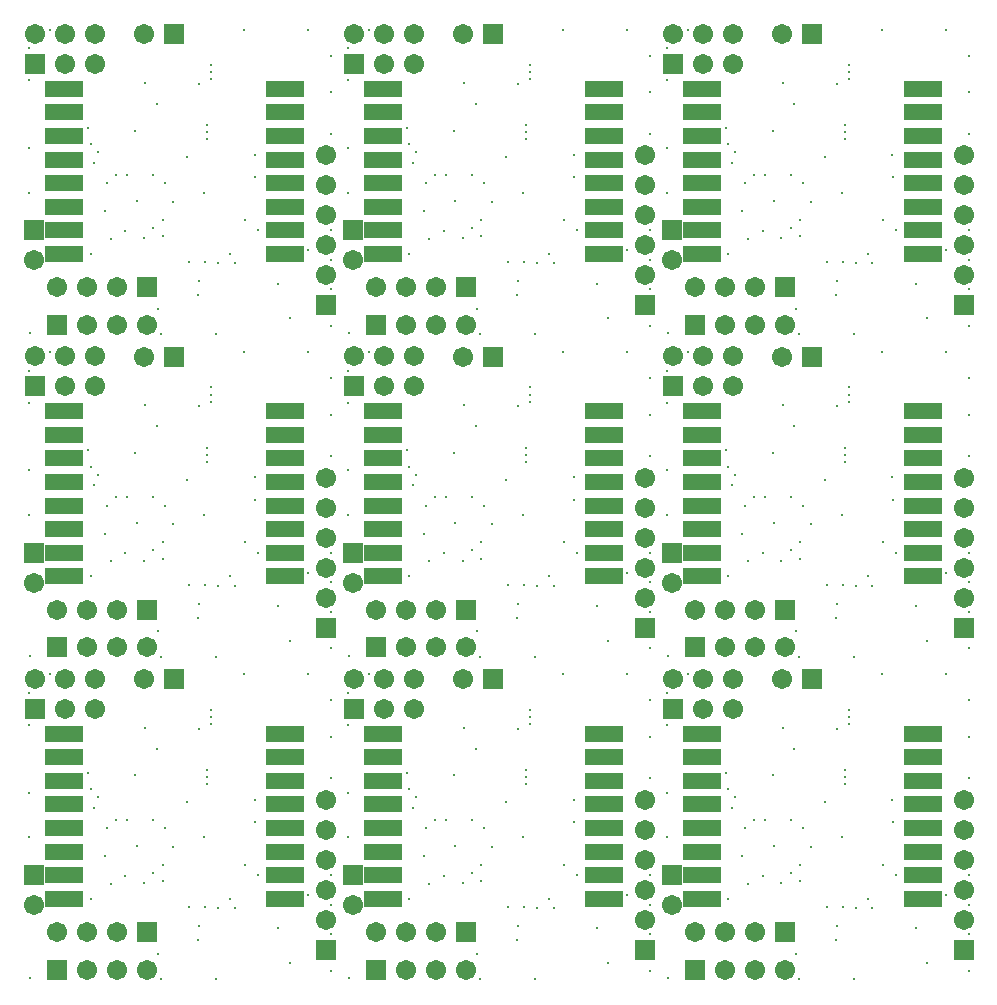
<source format=gbs>
G04 Layer_Color=16711935*
%FSLAX24Y24*%
%MOIN*%
G70*
G01*
G75*
%ADD55C,0.0671*%
%ADD56R,0.0671X0.0671*%
%ADD57R,0.0671X0.0671*%
%ADD58C,0.0126*%
%ADD59R,0.1261X0.0552*%
D55*
X4220Y591D02*
D03*
X3220D02*
D03*
X2220D02*
D03*
X1213Y1850D02*
D03*
X2213D02*
D03*
X3213D02*
D03*
X4118Y10276D02*
D03*
X433Y2740D02*
D03*
X2472Y10291D02*
D03*
Y9291D02*
D03*
X1472Y10291D02*
D03*
Y9291D02*
D03*
X472Y10291D02*
D03*
X10164Y6244D02*
D03*
Y2244D02*
D03*
Y3244D02*
D03*
Y4244D02*
D03*
Y5244D02*
D03*
X14850Y591D02*
D03*
X13850D02*
D03*
X12850D02*
D03*
X11842Y1850D02*
D03*
X12842D02*
D03*
X13842D02*
D03*
X14748Y10276D02*
D03*
X11063Y2740D02*
D03*
X13102Y10291D02*
D03*
Y9291D02*
D03*
X12102Y10291D02*
D03*
Y9291D02*
D03*
X11102Y10291D02*
D03*
X20794Y6244D02*
D03*
Y2244D02*
D03*
Y3244D02*
D03*
Y4244D02*
D03*
Y5244D02*
D03*
X25480Y591D02*
D03*
X24480D02*
D03*
X23480D02*
D03*
X22472Y1850D02*
D03*
X23472D02*
D03*
X24472D02*
D03*
X25378Y10276D02*
D03*
X21693Y2740D02*
D03*
X23732Y10291D02*
D03*
Y9291D02*
D03*
X22732Y10291D02*
D03*
Y9291D02*
D03*
X21732Y10291D02*
D03*
X31424Y6244D02*
D03*
Y2244D02*
D03*
Y3244D02*
D03*
Y4244D02*
D03*
Y5244D02*
D03*
X4220Y11339D02*
D03*
X3220D02*
D03*
X2220D02*
D03*
X1213Y12598D02*
D03*
X2213D02*
D03*
X3213D02*
D03*
X4118Y21024D02*
D03*
X433Y13488D02*
D03*
X2472Y21039D02*
D03*
Y20039D02*
D03*
X1472Y21039D02*
D03*
Y20039D02*
D03*
X472Y21039D02*
D03*
X10164Y16992D02*
D03*
Y12992D02*
D03*
Y13992D02*
D03*
Y14992D02*
D03*
Y15992D02*
D03*
X14850Y11339D02*
D03*
X13850D02*
D03*
X12850D02*
D03*
X11842Y12598D02*
D03*
X12842D02*
D03*
X13842D02*
D03*
X14748Y21024D02*
D03*
X11063Y13488D02*
D03*
X13102Y21039D02*
D03*
Y20039D02*
D03*
X12102Y21039D02*
D03*
Y20039D02*
D03*
X11102Y21039D02*
D03*
X20794Y16992D02*
D03*
Y12992D02*
D03*
Y13992D02*
D03*
Y14992D02*
D03*
Y15992D02*
D03*
X25480Y11339D02*
D03*
X24480D02*
D03*
X23480D02*
D03*
X22472Y12598D02*
D03*
X23472D02*
D03*
X24472D02*
D03*
X25378Y21024D02*
D03*
X21693Y13488D02*
D03*
X23732Y21039D02*
D03*
Y20039D02*
D03*
X22732Y21039D02*
D03*
Y20039D02*
D03*
X21732Y21039D02*
D03*
X31424Y16992D02*
D03*
Y12992D02*
D03*
Y13992D02*
D03*
Y14992D02*
D03*
Y15992D02*
D03*
X4220Y22087D02*
D03*
X3220D02*
D03*
X2220D02*
D03*
X1213Y23346D02*
D03*
X2213D02*
D03*
X3213D02*
D03*
X4118Y31772D02*
D03*
X433Y24236D02*
D03*
X2472Y31787D02*
D03*
Y30787D02*
D03*
X1472Y31787D02*
D03*
Y30787D02*
D03*
X472Y31787D02*
D03*
X10164Y27740D02*
D03*
Y23740D02*
D03*
Y24740D02*
D03*
Y25740D02*
D03*
Y26740D02*
D03*
X14850Y22087D02*
D03*
X13850D02*
D03*
X12850D02*
D03*
X11842Y23346D02*
D03*
X12842D02*
D03*
X13842D02*
D03*
X14748Y31772D02*
D03*
X11063Y24236D02*
D03*
X13102Y31787D02*
D03*
Y30787D02*
D03*
X12102Y31787D02*
D03*
Y30787D02*
D03*
X11102Y31787D02*
D03*
X20794Y27740D02*
D03*
Y23740D02*
D03*
Y24740D02*
D03*
Y25740D02*
D03*
Y26740D02*
D03*
X25480Y22087D02*
D03*
X24480D02*
D03*
X23480D02*
D03*
X22472Y23346D02*
D03*
X23472D02*
D03*
X24472D02*
D03*
X25378Y31772D02*
D03*
X21693Y24236D02*
D03*
X23732Y31787D02*
D03*
Y30787D02*
D03*
X22732Y31787D02*
D03*
Y30787D02*
D03*
X21732Y31787D02*
D03*
X31424Y27740D02*
D03*
Y23740D02*
D03*
Y24740D02*
D03*
Y25740D02*
D03*
Y26740D02*
D03*
D56*
X1220Y591D02*
D03*
X4213Y1850D02*
D03*
X5118Y10276D02*
D03*
X472Y9291D02*
D03*
X11850Y591D02*
D03*
X14842Y1850D02*
D03*
X15748Y10276D02*
D03*
X11102Y9291D02*
D03*
X22480Y591D02*
D03*
X25472Y1850D02*
D03*
X26378Y10276D02*
D03*
X21732Y9291D02*
D03*
X1220Y11339D02*
D03*
X4213Y12598D02*
D03*
X5118Y21024D02*
D03*
X472Y20039D02*
D03*
X11850Y11339D02*
D03*
X14842Y12598D02*
D03*
X15748Y21024D02*
D03*
X11102Y20039D02*
D03*
X22480Y11339D02*
D03*
X25472Y12598D02*
D03*
X26378Y21024D02*
D03*
X21732Y20039D02*
D03*
X1220Y22087D02*
D03*
X4213Y23346D02*
D03*
X5118Y31772D02*
D03*
X472Y30787D02*
D03*
X11850Y22087D02*
D03*
X14842Y23346D02*
D03*
X15748Y31772D02*
D03*
X11102Y30787D02*
D03*
X22480Y22087D02*
D03*
X25472Y23346D02*
D03*
X26378Y31772D02*
D03*
X21732Y30787D02*
D03*
D57*
X433Y3740D02*
D03*
X10164Y1244D02*
D03*
X11063Y3740D02*
D03*
X20794Y1244D02*
D03*
X21693Y3740D02*
D03*
X31424Y1244D02*
D03*
X433Y14488D02*
D03*
X10164Y11992D02*
D03*
X11063Y14488D02*
D03*
X20794Y11992D02*
D03*
X21693Y14488D02*
D03*
X31424Y11992D02*
D03*
X433Y25236D02*
D03*
X10164Y22740D02*
D03*
X11063Y25236D02*
D03*
X20794Y22740D02*
D03*
X21693Y25236D02*
D03*
X31424Y22740D02*
D03*
D58*
X10354Y1772D02*
D03*
Y2756D02*
D03*
X7480Y4094D02*
D03*
X8583Y1969D02*
D03*
X3858Y4724D02*
D03*
X7803Y5512D02*
D03*
X4134Y8661D02*
D03*
X4528Y7953D02*
D03*
X2244Y7165D02*
D03*
X10354Y6969D02*
D03*
Y8346D02*
D03*
X3483Y3721D02*
D03*
X6220Y6772D02*
D03*
Y7008D02*
D03*
Y7244D02*
D03*
X5945Y8622D02*
D03*
X3189Y5591D02*
D03*
X3543D02*
D03*
X4409D02*
D03*
X4724Y4094D02*
D03*
X3819Y7067D02*
D03*
X4409Y3819D02*
D03*
X4724Y3543D02*
D03*
X4094Y3474D02*
D03*
X6969Y2953D02*
D03*
X7126Y2638D02*
D03*
X5610Y2677D02*
D03*
X6142D02*
D03*
X7795Y6260D02*
D03*
X6102Y5000D02*
D03*
X2559Y6339D02*
D03*
X2441Y5984D02*
D03*
X2323Y6614D02*
D03*
X2874Y5315D02*
D03*
X9567Y3071D02*
D03*
X8957Y807D02*
D03*
X4588Y1121D02*
D03*
X5906Y1575D02*
D03*
X6339Y8780D02*
D03*
Y9016D02*
D03*
Y9252D02*
D03*
X9567Y10433D02*
D03*
X7441D02*
D03*
X10354Y9567D02*
D03*
Y3740D02*
D03*
Y551D02*
D03*
X6496Y276D02*
D03*
X4685D02*
D03*
X315Y315D02*
D03*
X276Y5000D02*
D03*
Y6496D02*
D03*
Y8740D02*
D03*
Y9803D02*
D03*
X984Y10433D02*
D03*
X5551Y6181D02*
D03*
X5079Y4685D02*
D03*
X2795Y4370D02*
D03*
X2992Y3465D02*
D03*
X2323Y2953D02*
D03*
X5945Y2047D02*
D03*
X6575Y2638D02*
D03*
X7913Y3740D02*
D03*
X4803Y5315D02*
D03*
X20984Y1772D02*
D03*
Y2756D02*
D03*
X18110Y4094D02*
D03*
X19213Y1969D02*
D03*
X14488Y4724D02*
D03*
X18433Y5512D02*
D03*
X14764Y8661D02*
D03*
X15157Y7953D02*
D03*
X12874Y7165D02*
D03*
X20984Y6969D02*
D03*
Y8346D02*
D03*
X14113Y3721D02*
D03*
X16850Y6772D02*
D03*
Y7008D02*
D03*
Y7244D02*
D03*
X16575Y8622D02*
D03*
X13819Y5591D02*
D03*
X14173D02*
D03*
X15039D02*
D03*
X15354Y4094D02*
D03*
X14449Y7067D02*
D03*
X15039Y3819D02*
D03*
X15354Y3543D02*
D03*
X14724Y3474D02*
D03*
X17598Y2953D02*
D03*
X17756Y2638D02*
D03*
X16240Y2677D02*
D03*
X16772D02*
D03*
X18425Y6260D02*
D03*
X16732Y5000D02*
D03*
X13189Y6339D02*
D03*
X13071Y5984D02*
D03*
X12953Y6614D02*
D03*
X13504Y5315D02*
D03*
X20197Y3071D02*
D03*
X19587Y807D02*
D03*
X15217Y1121D02*
D03*
X16535Y1575D02*
D03*
X16968Y8780D02*
D03*
Y9016D02*
D03*
Y9252D02*
D03*
X20197Y10433D02*
D03*
X18071D02*
D03*
X20984Y9567D02*
D03*
Y3740D02*
D03*
Y551D02*
D03*
X17126Y276D02*
D03*
X15315D02*
D03*
X10945Y315D02*
D03*
X10906Y5000D02*
D03*
Y6496D02*
D03*
Y8740D02*
D03*
Y9803D02*
D03*
X11614Y10433D02*
D03*
X16181Y6181D02*
D03*
X15709Y4685D02*
D03*
X13425Y4370D02*
D03*
X13622Y3465D02*
D03*
X12953Y2953D02*
D03*
X16575Y2047D02*
D03*
X17205Y2638D02*
D03*
X18543Y3740D02*
D03*
X15433Y5315D02*
D03*
X31614Y1772D02*
D03*
Y2756D02*
D03*
X28740Y4094D02*
D03*
X29843Y1969D02*
D03*
X25118Y4724D02*
D03*
X29063Y5512D02*
D03*
X25394Y8661D02*
D03*
X25787Y7953D02*
D03*
X23504Y7165D02*
D03*
X31614Y6969D02*
D03*
Y8346D02*
D03*
X24743Y3721D02*
D03*
X27480Y6772D02*
D03*
Y7008D02*
D03*
Y7244D02*
D03*
X27205Y8622D02*
D03*
X24449Y5591D02*
D03*
X24803D02*
D03*
X25669D02*
D03*
X25984Y4094D02*
D03*
X25079Y7067D02*
D03*
X25669Y3819D02*
D03*
X25984Y3543D02*
D03*
X25354Y3474D02*
D03*
X28228Y2953D02*
D03*
X28386Y2638D02*
D03*
X26870Y2677D02*
D03*
X27402D02*
D03*
X29055Y6260D02*
D03*
X27362Y5000D02*
D03*
X23819Y6339D02*
D03*
X23701Y5984D02*
D03*
X23583Y6614D02*
D03*
X24134Y5315D02*
D03*
X30827Y3071D02*
D03*
X30217Y807D02*
D03*
X25847Y1121D02*
D03*
X27165Y1575D02*
D03*
X27598Y8780D02*
D03*
Y9016D02*
D03*
Y9252D02*
D03*
X30827Y10433D02*
D03*
X28701D02*
D03*
X31614Y9567D02*
D03*
Y3740D02*
D03*
Y551D02*
D03*
X27756Y276D02*
D03*
X25945D02*
D03*
X21575Y315D02*
D03*
X21535Y5000D02*
D03*
Y6496D02*
D03*
Y8740D02*
D03*
Y9803D02*
D03*
X22244Y10433D02*
D03*
X26811Y6181D02*
D03*
X26339Y4685D02*
D03*
X24055Y4370D02*
D03*
X24252Y3465D02*
D03*
X23583Y2953D02*
D03*
X27205Y2047D02*
D03*
X27835Y2638D02*
D03*
X29173Y3740D02*
D03*
X26063Y5315D02*
D03*
X10354Y12520D02*
D03*
Y13504D02*
D03*
X7480Y14843D02*
D03*
X8583Y12717D02*
D03*
X3858Y15472D02*
D03*
X7803Y16260D02*
D03*
X4134Y19409D02*
D03*
X4528Y18701D02*
D03*
X2244Y17913D02*
D03*
X10354Y17717D02*
D03*
Y19094D02*
D03*
X3483Y14469D02*
D03*
X6220Y17520D02*
D03*
Y17756D02*
D03*
Y17992D02*
D03*
X5945Y19370D02*
D03*
X3189Y16339D02*
D03*
X3543D02*
D03*
X4409D02*
D03*
X4724Y14843D02*
D03*
X3819Y17815D02*
D03*
X4409Y14567D02*
D03*
X4724Y14291D02*
D03*
X4094Y14222D02*
D03*
X6969Y13701D02*
D03*
X7126Y13386D02*
D03*
X5610Y13425D02*
D03*
X6142D02*
D03*
X7795Y17008D02*
D03*
X6102Y15748D02*
D03*
X2559Y17087D02*
D03*
X2441Y16732D02*
D03*
X2323Y17362D02*
D03*
X2874Y16063D02*
D03*
X9567Y13819D02*
D03*
X8957Y11555D02*
D03*
X4588Y11869D02*
D03*
X5906Y12323D02*
D03*
X6339Y19528D02*
D03*
Y19764D02*
D03*
Y20000D02*
D03*
X9567Y21181D02*
D03*
X7441D02*
D03*
X10354Y20315D02*
D03*
Y14488D02*
D03*
Y11299D02*
D03*
X6496Y11024D02*
D03*
X4685D02*
D03*
X315Y11063D02*
D03*
X276Y15748D02*
D03*
Y17244D02*
D03*
Y19488D02*
D03*
Y20551D02*
D03*
X984Y21181D02*
D03*
X5551Y16929D02*
D03*
X5079Y15433D02*
D03*
X2795Y15118D02*
D03*
X2992Y14213D02*
D03*
X2323Y13701D02*
D03*
X5945Y12795D02*
D03*
X6575Y13386D02*
D03*
X7913Y14488D02*
D03*
X4803Y16063D02*
D03*
X20984Y12520D02*
D03*
Y13504D02*
D03*
X18110Y14843D02*
D03*
X19213Y12717D02*
D03*
X14488Y15472D02*
D03*
X18433Y16260D02*
D03*
X14764Y19409D02*
D03*
X15157Y18701D02*
D03*
X12874Y17913D02*
D03*
X20984Y17717D02*
D03*
Y19094D02*
D03*
X14113Y14469D02*
D03*
X16850Y17520D02*
D03*
Y17756D02*
D03*
Y17992D02*
D03*
X16575Y19370D02*
D03*
X13819Y16339D02*
D03*
X14173D02*
D03*
X15039D02*
D03*
X15354Y14843D02*
D03*
X14449Y17815D02*
D03*
X15039Y14567D02*
D03*
X15354Y14291D02*
D03*
X14724Y14222D02*
D03*
X17598Y13701D02*
D03*
X17756Y13386D02*
D03*
X16240Y13425D02*
D03*
X16772D02*
D03*
X18425Y17008D02*
D03*
X16732Y15748D02*
D03*
X13189Y17087D02*
D03*
X13071Y16732D02*
D03*
X12953Y17362D02*
D03*
X13504Y16063D02*
D03*
X20197Y13819D02*
D03*
X19587Y11555D02*
D03*
X15217Y11869D02*
D03*
X16535Y12323D02*
D03*
X16968Y19528D02*
D03*
Y19764D02*
D03*
Y20000D02*
D03*
X20197Y21181D02*
D03*
X18071D02*
D03*
X20984Y20315D02*
D03*
Y14488D02*
D03*
Y11299D02*
D03*
X17126Y11024D02*
D03*
X15315D02*
D03*
X10945Y11063D02*
D03*
X10906Y15748D02*
D03*
Y17244D02*
D03*
Y19488D02*
D03*
Y20551D02*
D03*
X11614Y21181D02*
D03*
X16181Y16929D02*
D03*
X15709Y15433D02*
D03*
X13425Y15118D02*
D03*
X13622Y14213D02*
D03*
X12953Y13701D02*
D03*
X16575Y12795D02*
D03*
X17205Y13386D02*
D03*
X18543Y14488D02*
D03*
X15433Y16063D02*
D03*
X31614Y12520D02*
D03*
Y13504D02*
D03*
X28740Y14843D02*
D03*
X29843Y12717D02*
D03*
X25118Y15472D02*
D03*
X29063Y16260D02*
D03*
X25394Y19409D02*
D03*
X25787Y18701D02*
D03*
X23504Y17913D02*
D03*
X31614Y17717D02*
D03*
Y19094D02*
D03*
X24743Y14469D02*
D03*
X27480Y17520D02*
D03*
Y17756D02*
D03*
Y17992D02*
D03*
X27205Y19370D02*
D03*
X24449Y16339D02*
D03*
X24803D02*
D03*
X25669D02*
D03*
X25984Y14843D02*
D03*
X25079Y17815D02*
D03*
X25669Y14567D02*
D03*
X25984Y14291D02*
D03*
X25354Y14222D02*
D03*
X28228Y13701D02*
D03*
X28386Y13386D02*
D03*
X26870Y13425D02*
D03*
X27402D02*
D03*
X29055Y17008D02*
D03*
X27362Y15748D02*
D03*
X23819Y17087D02*
D03*
X23701Y16732D02*
D03*
X23583Y17362D02*
D03*
X24134Y16063D02*
D03*
X30827Y13819D02*
D03*
X30217Y11555D02*
D03*
X25847Y11869D02*
D03*
X27165Y12323D02*
D03*
X27598Y19528D02*
D03*
Y19764D02*
D03*
Y20000D02*
D03*
X30827Y21181D02*
D03*
X28701D02*
D03*
X31614Y20315D02*
D03*
Y14488D02*
D03*
Y11299D02*
D03*
X27756Y11024D02*
D03*
X25945D02*
D03*
X21575Y11063D02*
D03*
X21535Y15748D02*
D03*
Y17244D02*
D03*
Y19488D02*
D03*
Y20551D02*
D03*
X22244Y21181D02*
D03*
X26811Y16929D02*
D03*
X26339Y15433D02*
D03*
X24055Y15118D02*
D03*
X24252Y14213D02*
D03*
X23583Y13701D02*
D03*
X27205Y12795D02*
D03*
X27835Y13386D02*
D03*
X29173Y14488D02*
D03*
X26063Y16063D02*
D03*
X10354Y23268D02*
D03*
Y24252D02*
D03*
X7480Y25591D02*
D03*
X8583Y23465D02*
D03*
X3858Y26220D02*
D03*
X7803Y27008D02*
D03*
X4134Y30157D02*
D03*
X4528Y29449D02*
D03*
X2244Y28661D02*
D03*
X10354Y28465D02*
D03*
Y29843D02*
D03*
X3483Y25217D02*
D03*
X6220Y28268D02*
D03*
Y28504D02*
D03*
Y28740D02*
D03*
X5945Y30118D02*
D03*
X3189Y27087D02*
D03*
X3543D02*
D03*
X4409D02*
D03*
X4724Y25591D02*
D03*
X3819Y28563D02*
D03*
X4409Y25315D02*
D03*
X4724Y25039D02*
D03*
X4094Y24970D02*
D03*
X6969Y24449D02*
D03*
X7126Y24134D02*
D03*
X5610Y24173D02*
D03*
X6142D02*
D03*
X7795Y27756D02*
D03*
X6102Y26496D02*
D03*
X2559Y27835D02*
D03*
X2441Y27480D02*
D03*
X2323Y28110D02*
D03*
X2874Y26811D02*
D03*
X9567Y24567D02*
D03*
X8957Y22303D02*
D03*
X4588Y22617D02*
D03*
X5906Y23071D02*
D03*
X6339Y30276D02*
D03*
Y30512D02*
D03*
Y30748D02*
D03*
X9567Y31929D02*
D03*
X7441D02*
D03*
X10354Y31063D02*
D03*
Y25236D02*
D03*
Y22047D02*
D03*
X6496Y21772D02*
D03*
X4685D02*
D03*
X315Y21811D02*
D03*
X276Y26496D02*
D03*
Y27992D02*
D03*
Y30236D02*
D03*
Y31299D02*
D03*
X984Y31929D02*
D03*
X5551Y27677D02*
D03*
X5079Y26181D02*
D03*
X2795Y25866D02*
D03*
X2992Y24961D02*
D03*
X2323Y24449D02*
D03*
X5945Y23543D02*
D03*
X6575Y24134D02*
D03*
X7913Y25236D02*
D03*
X4803Y26811D02*
D03*
X20984Y23268D02*
D03*
Y24252D02*
D03*
X18110Y25591D02*
D03*
X19213Y23465D02*
D03*
X14488Y26220D02*
D03*
X18433Y27008D02*
D03*
X14764Y30157D02*
D03*
X15157Y29449D02*
D03*
X12874Y28661D02*
D03*
X20984Y28465D02*
D03*
Y29843D02*
D03*
X14113Y25217D02*
D03*
X16850Y28268D02*
D03*
Y28504D02*
D03*
Y28740D02*
D03*
X16575Y30118D02*
D03*
X13819Y27087D02*
D03*
X14173D02*
D03*
X15039D02*
D03*
X15354Y25591D02*
D03*
X14449Y28563D02*
D03*
X15039Y25315D02*
D03*
X15354Y25039D02*
D03*
X14724Y24970D02*
D03*
X17598Y24449D02*
D03*
X17756Y24134D02*
D03*
X16240Y24173D02*
D03*
X16772D02*
D03*
X18425Y27756D02*
D03*
X16732Y26496D02*
D03*
X13189Y27835D02*
D03*
X13071Y27480D02*
D03*
X12953Y28110D02*
D03*
X13504Y26811D02*
D03*
X20197Y24567D02*
D03*
X19587Y22303D02*
D03*
X15217Y22617D02*
D03*
X16535Y23071D02*
D03*
X16968Y30276D02*
D03*
Y30512D02*
D03*
Y30748D02*
D03*
X20197Y31929D02*
D03*
X18071D02*
D03*
X20984Y31063D02*
D03*
Y25236D02*
D03*
Y22047D02*
D03*
X17126Y21772D02*
D03*
X15315D02*
D03*
X10945Y21811D02*
D03*
X10906Y26496D02*
D03*
Y27992D02*
D03*
Y30236D02*
D03*
Y31299D02*
D03*
X11614Y31929D02*
D03*
X16181Y27677D02*
D03*
X15709Y26181D02*
D03*
X13425Y25866D02*
D03*
X13622Y24961D02*
D03*
X12953Y24449D02*
D03*
X16575Y23543D02*
D03*
X17205Y24134D02*
D03*
X18543Y25236D02*
D03*
X15433Y26811D02*
D03*
X31614Y23268D02*
D03*
Y24252D02*
D03*
X28740Y25591D02*
D03*
X29843Y23465D02*
D03*
X25118Y26220D02*
D03*
X29063Y27008D02*
D03*
X25394Y30157D02*
D03*
X25787Y29449D02*
D03*
X23504Y28661D02*
D03*
X31614Y28465D02*
D03*
Y29843D02*
D03*
X24743Y25217D02*
D03*
X27480Y28268D02*
D03*
Y28504D02*
D03*
Y28740D02*
D03*
X27205Y30118D02*
D03*
X24449Y27087D02*
D03*
X24803D02*
D03*
X25669D02*
D03*
X25984Y25591D02*
D03*
X25079Y28563D02*
D03*
X25669Y25315D02*
D03*
X25984Y25039D02*
D03*
X25354Y24970D02*
D03*
X28228Y24449D02*
D03*
X28386Y24134D02*
D03*
X26870Y24173D02*
D03*
X27402D02*
D03*
X29055Y27756D02*
D03*
X27362Y26496D02*
D03*
X23819Y27835D02*
D03*
X23701Y27480D02*
D03*
X23583Y28110D02*
D03*
X24134Y26811D02*
D03*
X30827Y24567D02*
D03*
X30217Y22303D02*
D03*
X25847Y22617D02*
D03*
X27165Y23071D02*
D03*
X27598Y30276D02*
D03*
Y30512D02*
D03*
Y30748D02*
D03*
X30827Y31929D02*
D03*
X28701D02*
D03*
X31614Y31063D02*
D03*
Y25236D02*
D03*
Y22047D02*
D03*
X27756Y21772D02*
D03*
X25945D02*
D03*
X21575Y21811D02*
D03*
X21535Y26496D02*
D03*
Y27992D02*
D03*
Y30236D02*
D03*
Y31299D02*
D03*
X22244Y31929D02*
D03*
X26811Y27677D02*
D03*
X26339Y26181D02*
D03*
X24055Y25866D02*
D03*
X24252Y24961D02*
D03*
X23583Y24449D02*
D03*
X27205Y23543D02*
D03*
X27835Y24134D02*
D03*
X29173Y25236D02*
D03*
X26063Y26811D02*
D03*
D59*
X1437Y8465D02*
D03*
Y7677D02*
D03*
Y6890D02*
D03*
Y6102D02*
D03*
Y5315D02*
D03*
Y4528D02*
D03*
Y3740D02*
D03*
Y2953D02*
D03*
X8799D02*
D03*
Y3740D02*
D03*
Y4528D02*
D03*
Y5315D02*
D03*
Y8465D02*
D03*
Y7677D02*
D03*
Y6890D02*
D03*
Y6102D02*
D03*
X12067Y8465D02*
D03*
Y7677D02*
D03*
Y6890D02*
D03*
Y6102D02*
D03*
Y5315D02*
D03*
Y4528D02*
D03*
Y3740D02*
D03*
Y2953D02*
D03*
X19429D02*
D03*
Y3740D02*
D03*
Y4528D02*
D03*
Y5315D02*
D03*
Y8465D02*
D03*
Y7677D02*
D03*
Y6890D02*
D03*
Y6102D02*
D03*
X22697Y8465D02*
D03*
Y7677D02*
D03*
Y6890D02*
D03*
Y6102D02*
D03*
Y5315D02*
D03*
Y4528D02*
D03*
Y3740D02*
D03*
Y2953D02*
D03*
X30059D02*
D03*
Y3740D02*
D03*
Y4528D02*
D03*
Y5315D02*
D03*
Y8465D02*
D03*
Y7677D02*
D03*
Y6890D02*
D03*
Y6102D02*
D03*
X1437Y19213D02*
D03*
Y18425D02*
D03*
Y17638D02*
D03*
Y16850D02*
D03*
Y16063D02*
D03*
Y15276D02*
D03*
Y14488D02*
D03*
Y13701D02*
D03*
X8799D02*
D03*
Y14488D02*
D03*
Y15276D02*
D03*
Y16063D02*
D03*
Y19213D02*
D03*
Y18425D02*
D03*
Y17638D02*
D03*
Y16850D02*
D03*
X12067Y19213D02*
D03*
Y18425D02*
D03*
Y17638D02*
D03*
Y16850D02*
D03*
Y16063D02*
D03*
Y15276D02*
D03*
Y14488D02*
D03*
Y13701D02*
D03*
X19429D02*
D03*
Y14488D02*
D03*
Y15276D02*
D03*
Y16063D02*
D03*
Y19213D02*
D03*
Y18425D02*
D03*
Y17638D02*
D03*
Y16850D02*
D03*
X22697Y19213D02*
D03*
Y18425D02*
D03*
Y17638D02*
D03*
Y16850D02*
D03*
Y16063D02*
D03*
Y15276D02*
D03*
Y14488D02*
D03*
Y13701D02*
D03*
X30059D02*
D03*
Y14488D02*
D03*
Y15276D02*
D03*
Y16063D02*
D03*
Y19213D02*
D03*
Y18425D02*
D03*
Y17638D02*
D03*
Y16850D02*
D03*
X1437Y29961D02*
D03*
Y29173D02*
D03*
Y28386D02*
D03*
Y27598D02*
D03*
Y26811D02*
D03*
Y26024D02*
D03*
Y25236D02*
D03*
Y24449D02*
D03*
X8799D02*
D03*
Y25236D02*
D03*
Y26024D02*
D03*
Y26811D02*
D03*
Y29961D02*
D03*
Y29173D02*
D03*
Y28386D02*
D03*
Y27598D02*
D03*
X12067Y29961D02*
D03*
Y29173D02*
D03*
Y28386D02*
D03*
Y27598D02*
D03*
Y26811D02*
D03*
Y26024D02*
D03*
Y25236D02*
D03*
Y24449D02*
D03*
X19429D02*
D03*
Y25236D02*
D03*
Y26024D02*
D03*
Y26811D02*
D03*
Y29961D02*
D03*
Y29173D02*
D03*
Y28386D02*
D03*
Y27598D02*
D03*
X22697Y29961D02*
D03*
Y29173D02*
D03*
Y28386D02*
D03*
Y27598D02*
D03*
Y26811D02*
D03*
Y26024D02*
D03*
Y25236D02*
D03*
Y24449D02*
D03*
X30059D02*
D03*
Y25236D02*
D03*
Y26024D02*
D03*
Y26811D02*
D03*
Y29961D02*
D03*
Y29173D02*
D03*
Y28386D02*
D03*
Y27598D02*
D03*
M02*

</source>
